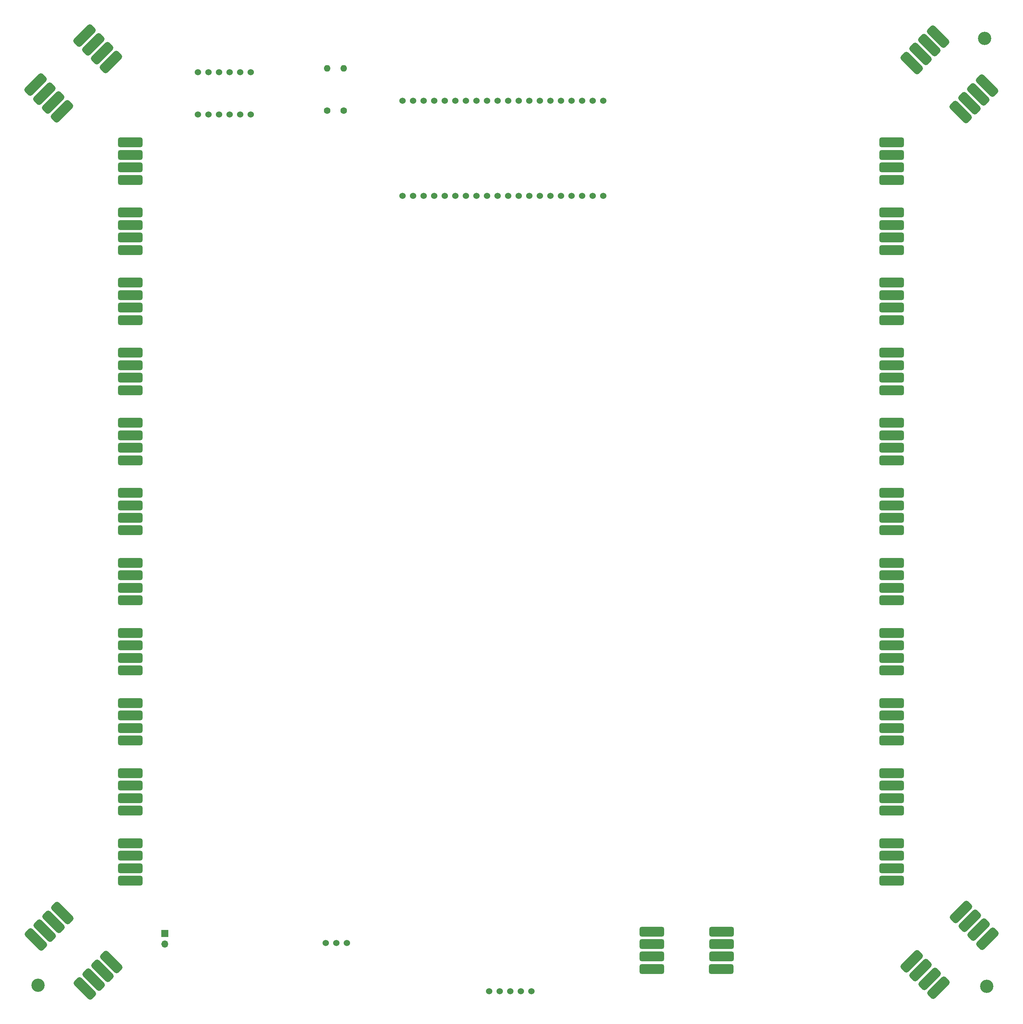
<source format=gbr>
%TF.GenerationSoftware,KiCad,Pcbnew,(6.0.1)*%
%TF.CreationDate,2022-02-23T09:05:59+01:00*%
%TF.ProjectId,ZigerWordClock,5a696765-7257-46f7-9264-436c6f636b2e,1.0*%
%TF.SameCoordinates,Original*%
%TF.FileFunction,Soldermask,Top*%
%TF.FilePolarity,Negative*%
%FSLAX46Y46*%
G04 Gerber Fmt 4.6, Leading zero omitted, Abs format (unit mm)*
G04 Created by KiCad (PCBNEW (6.0.1)) date 2022-02-23 09:05:59*
%MOMM*%
%LPD*%
G01*
G04 APERTURE LIST*
G04 Aperture macros list*
%AMRoundRect*
0 Rectangle with rounded corners*
0 $1 Rounding radius*
0 $2 $3 $4 $5 $6 $7 $8 $9 X,Y pos of 4 corners*
0 Add a 4 corners polygon primitive as box body*
4,1,4,$2,$3,$4,$5,$6,$7,$8,$9,$2,$3,0*
0 Add four circle primitives for the rounded corners*
1,1,$1+$1,$2,$3*
1,1,$1+$1,$4,$5*
1,1,$1+$1,$6,$7*
1,1,$1+$1,$8,$9*
0 Add four rect primitives between the rounded corners*
20,1,$1+$1,$2,$3,$4,$5,0*
20,1,$1+$1,$4,$5,$6,$7,0*
20,1,$1+$1,$6,$7,$8,$9,0*
20,1,$1+$1,$8,$9,$2,$3,0*%
G04 Aperture macros list end*
%ADD10C,1.600000*%
%ADD11O,1.600000X1.600000*%
%ADD12RoundRect,0.600000X2.400000X0.600000X-2.400000X0.600000X-2.400000X-0.600000X2.400000X-0.600000X0*%
%ADD13C,3.200000*%
%ADD14RoundRect,0.600000X2.121320X-1.272792X-1.272792X2.121320X-2.121320X1.272792X1.272792X-2.121320X0*%
%ADD15RoundRect,0.600000X-2.121320X1.272792X1.272792X-2.121320X2.121320X-1.272792X-1.272792X2.121320X0*%
%ADD16C,1.524000*%
%ADD17RoundRect,0.600000X-2.400000X-0.600000X2.400000X-0.600000X2.400000X0.600000X-2.400000X0.600000X0*%
%ADD18RoundRect,0.600000X-1.272792X-2.121320X2.121320X1.272792X1.272792X2.121320X-2.121320X-1.272792X0*%
%ADD19RoundRect,0.600000X1.272792X2.121320X-2.121320X-1.272792X-1.272792X-2.121320X2.121320X1.272792X0*%
%ADD20R,1.700000X1.700000*%
%ADD21O,1.700000X1.700000*%
G04 APERTURE END LIST*
D10*
%TO.C,R1*%
X120000000Y-53160000D03*
D11*
X120000000Y-43000000D03*
%TD*%
D12*
%TO.C,U11*%
X251688600Y-178706780D03*
X68688600Y-178706780D03*
X251688600Y-184706780D03*
X68688600Y-184706780D03*
X251688600Y-181706780D03*
X68688600Y-181706780D03*
X251688600Y-187706780D03*
X68688600Y-187706780D03*
%TD*%
D13*
%TO.C,REF\u002A\u002A*%
X274066000Y-35814000D03*
%TD*%
D14*
%TO.C,U6*%
X64125350Y-257786389D03*
X52316666Y-245977705D03*
X59882709Y-262029029D03*
X48074026Y-250220346D03*
X62004029Y-259907709D03*
X50195346Y-248099026D03*
X57716134Y-264105095D03*
X45952705Y-252341666D03*
%TD*%
D15*
%TO.C,U3*%
X256531584Y-41675506D03*
X268340268Y-53484190D03*
X260774225Y-37432866D03*
X272582908Y-49241549D03*
X258652905Y-39554186D03*
X270461588Y-51362869D03*
X262940800Y-35356800D03*
X274704229Y-47120229D03*
%TD*%
D16*
%TO.C,U20*%
X115697000Y-253238000D03*
X118237000Y-253238000D03*
X120777000Y-253238000D03*
%TD*%
D13*
%TO.C,REF\u002A\u002A*%
X274574000Y-263652000D03*
%TD*%
D12*
%TO.C,U10*%
X251688600Y-145021300D03*
X68688600Y-145021300D03*
X251688600Y-151021300D03*
X68688600Y-151021300D03*
X251688600Y-148021300D03*
X68688600Y-148021300D03*
X251688600Y-154021300D03*
X68688600Y-154021300D03*
%TD*%
%TO.C,U7*%
X210807800Y-250469400D03*
X194107800Y-250469400D03*
X210807800Y-256469400D03*
X194107800Y-256469400D03*
X210807800Y-253469400D03*
X194107800Y-253469400D03*
X210743800Y-259469400D03*
X194107800Y-259469400D03*
%TD*%
D10*
%TO.C,R2*%
X116000000Y-53160000D03*
D11*
X116000000Y-43000000D03*
%TD*%
D17*
%TO.C,U13*%
X68688600Y-69807600D03*
X251688600Y-69807600D03*
X68688600Y-63807600D03*
X251688600Y-63807600D03*
X68688600Y-66807600D03*
X251688600Y-66807600D03*
X68688600Y-60807600D03*
X251688600Y-60807600D03*
%TD*%
D18*
%TO.C,U5*%
X52250116Y-53312284D03*
X64058800Y-41503600D03*
X48007476Y-49069643D03*
X59816159Y-37260960D03*
X50128796Y-51190963D03*
X61937479Y-39382280D03*
X45931410Y-46903068D03*
X57694839Y-35139639D03*
%TD*%
D13*
%TO.C,REF\u002A\u002A*%
X46482000Y-263398000D03*
%TD*%
D16*
%TO.C,U1*%
X154978654Y-264801230D03*
X162598654Y-264801230D03*
X160058654Y-264801230D03*
X157518654Y-264801230D03*
X165138654Y-264801230D03*
%TD*%
D17*
%TO.C,U15*%
X68688600Y-137178560D03*
X251688600Y-137178560D03*
X68688600Y-131178560D03*
X251688600Y-131178560D03*
X68688600Y-134178560D03*
X251688600Y-134178560D03*
X68688600Y-128178560D03*
X251688600Y-128178560D03*
%TD*%
%TO.C,U14*%
X68688600Y-103493080D03*
X251688600Y-103493080D03*
X68688600Y-97493080D03*
X251688600Y-97493080D03*
X68688600Y-100493080D03*
X251688600Y-100493080D03*
X68688600Y-94493080D03*
X251688600Y-94493080D03*
%TD*%
%TO.C,U17*%
X68688600Y-204549520D03*
X251688600Y-204549520D03*
X68688600Y-198549520D03*
X251688600Y-198549520D03*
X68688600Y-201549520D03*
X251688600Y-201549520D03*
X68688600Y-195549520D03*
X251688600Y-195549520D03*
%TD*%
D12*
%TO.C,U8*%
X251688600Y-77650340D03*
X68688600Y-77650340D03*
X251688600Y-83650340D03*
X68688600Y-83650340D03*
X251688600Y-80650340D03*
X68688600Y-80650340D03*
X251688600Y-86650340D03*
X68688600Y-86650340D03*
%TD*%
%TO.C,U12*%
X251688600Y-212392260D03*
X68688600Y-212392260D03*
X251688600Y-218392260D03*
X68688600Y-218392260D03*
X251688600Y-215392260D03*
X68688600Y-215392260D03*
X251688600Y-221392260D03*
X68688600Y-221392260D03*
%TD*%
%TO.C,U9*%
X251688600Y-111335820D03*
X68688600Y-111335820D03*
X251688600Y-117335820D03*
X68688600Y-117335820D03*
X251688600Y-114335820D03*
X68688600Y-114335820D03*
X251688600Y-120335820D03*
X68688600Y-120335820D03*
%TD*%
D17*
%TO.C,U18*%
X68688600Y-238235000D03*
X251688600Y-238235000D03*
X68688600Y-232235000D03*
X251688600Y-232235000D03*
X68688600Y-235235000D03*
X251688600Y-235235000D03*
X68688600Y-229235000D03*
X251688600Y-229235000D03*
%TD*%
%TO.C,U16*%
X68688600Y-170864040D03*
X251688600Y-170864040D03*
X68688600Y-164864040D03*
X251688600Y-164864040D03*
X68688600Y-167864040D03*
X251688600Y-167864040D03*
X68688600Y-161864040D03*
X251688600Y-161864040D03*
%TD*%
D19*
%TO.C,U19*%
X268401800Y-245770400D03*
X256593116Y-257579084D03*
X272644440Y-250013041D03*
X260835757Y-261821724D03*
X270523120Y-247891721D03*
X258714437Y-259700404D03*
X274720506Y-252179616D03*
X262957077Y-263943045D03*
%TD*%
D16*
%TO.C,U4*%
X84900000Y-54080000D03*
X87440000Y-54080000D03*
X89980000Y-54080000D03*
X92520000Y-54080000D03*
X95060000Y-54080000D03*
X97600000Y-54080000D03*
X97600000Y-43920000D03*
X95060000Y-43920000D03*
X92520000Y-43920000D03*
X89980000Y-43920000D03*
X87440000Y-43920000D03*
X84900000Y-43920000D03*
%TD*%
%TO.C,U2*%
X134141500Y-50760000D03*
X136681500Y-50760000D03*
X139221500Y-50760000D03*
X141761500Y-50760000D03*
X144301500Y-50760000D03*
X146841500Y-50760000D03*
X149381500Y-50760000D03*
X151921500Y-50760000D03*
X154461500Y-50760000D03*
X157001500Y-50760000D03*
X159541500Y-50760000D03*
X162081500Y-50760000D03*
X164621500Y-50760000D03*
X167161500Y-50760000D03*
X169701500Y-50760000D03*
X172241500Y-50760000D03*
X174781500Y-50760000D03*
X177321500Y-50760000D03*
X179861500Y-50760000D03*
X182401500Y-50760000D03*
X182401500Y-73620000D03*
X179861500Y-73620000D03*
X177321500Y-73620000D03*
X174781500Y-73620000D03*
X172241500Y-73620000D03*
X169701500Y-73620000D03*
X167161500Y-73620000D03*
X164621500Y-73620000D03*
X162081500Y-73620000D03*
X159541500Y-73620000D03*
X157001500Y-73620000D03*
X154461500Y-73620000D03*
X151921500Y-73620000D03*
X149381500Y-73620000D03*
X146841500Y-73620000D03*
X144301500Y-73620000D03*
X141761500Y-73620000D03*
X139221500Y-73620000D03*
X136681500Y-73620000D03*
X134141500Y-73620000D03*
%TD*%
D20*
%TO.C,J2*%
X76962000Y-250947000D03*
D21*
X76962000Y-253487000D03*
%TD*%
M02*

</source>
